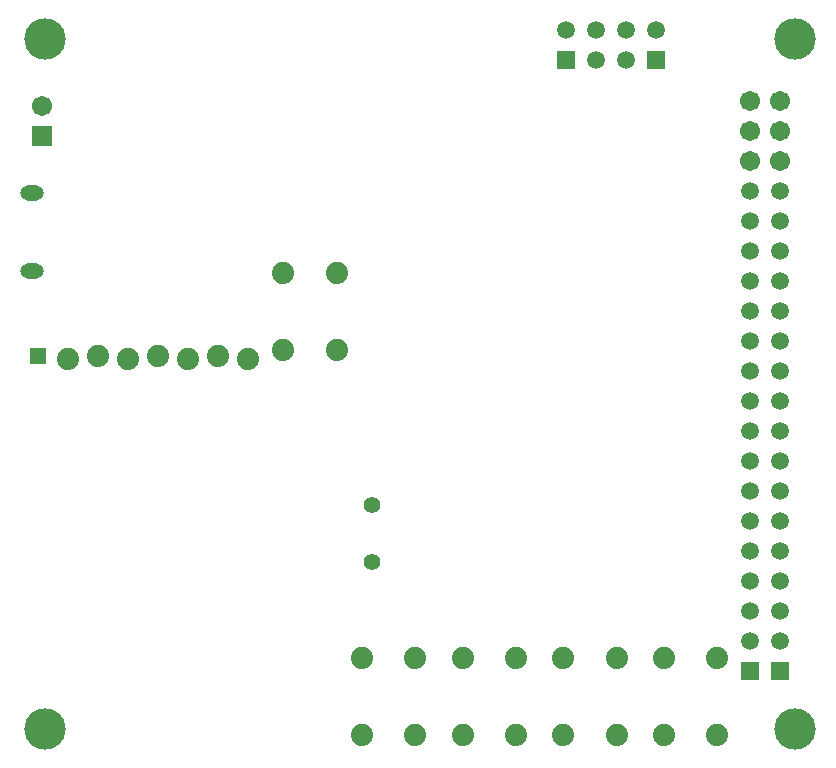
<source format=gbr>
%TF.GenerationSoftware,Novarm,DipTrace,3.2.0.1*%
%TF.CreationDate,2018-09-21T15:33:16-08:00*%
%FSLAX26Y26*%
%MOIN*%
%TF.FileFunction,Soldermask,Bot*%
%TF.Part,Single*%
%AMOUTLINE1*
4,1,4,
0.026163,0.026163,
0.026205,-0.026121,
-0.026121,-0.026205,
-0.026163,0.026163,
0.026163,0.026163,
0*%
%ADD33R,0.059055X0.059055*%
%ADD34C,0.059055*%
%ADD45C,0.074*%
%ADD62R,0.05937X0.05937*%
%ADD63C,0.05937*%
%ADD70C,0.137795*%
%ADD78C,0.056*%
%ADD122O,0.078866X0.051307*%
%ADD128C,0.067055*%
%ADD130R,0.067055X0.067055*%
%ADD147OUTLINE1*%
G75*
G01*
%LPD*%
D130*
X484316Y2471870D3*
D128*
Y2571870D3*
D122*
X448999Y2279873D3*
Y2020030D3*
D147*
X468701Y1737450D3*
D45*
X568701Y1727450D3*
X668701Y1737450D3*
X768701Y1727450D3*
X868701Y1737450D3*
X968701Y1727450D3*
X1068701Y1737450D3*
X1168701Y1727450D3*
D33*
X2843701Y687450D3*
D34*
Y787450D3*
Y887450D3*
Y987450D3*
Y1087450D3*
Y1187450D3*
Y1287450D3*
Y1387450D3*
Y1487450D3*
Y1587450D3*
Y1687450D3*
Y1787450D3*
Y1887450D3*
Y1987450D3*
Y2087450D3*
Y2187450D3*
Y2287450D3*
D128*
Y2387450D3*
Y2487450D3*
Y2587450D3*
D33*
X2943701Y687450D3*
D34*
Y787450D3*
Y887450D3*
Y987450D3*
Y1087450D3*
Y1187450D3*
Y1287450D3*
Y1387450D3*
Y1487450D3*
Y1587450D3*
Y1687450D3*
Y1787450D3*
Y1887450D3*
Y1987450D3*
Y2087450D3*
Y2187450D3*
Y2287450D3*
D128*
Y2387450D3*
Y2487450D3*
Y2587450D3*
D45*
X1287450Y1756201D3*
Y2012201D3*
X1465450Y1756201D3*
Y2012201D3*
X1549950Y474950D3*
Y730950D3*
X1727950Y474950D3*
Y730950D3*
X1885368Y474950D3*
Y730950D3*
X2063368Y474950D3*
Y730950D3*
X2220784Y474950D3*
Y730950D3*
X2398784Y474950D3*
Y730950D3*
X2556201Y474950D3*
Y730950D3*
X2734201Y474950D3*
Y730950D3*
D62*
X2530977Y2724969D3*
D63*
Y2824969D3*
X2430977Y2724969D3*
Y2824969D3*
X2330977Y2724969D3*
Y2824969D3*
D62*
X2230977Y2724969D3*
D63*
Y2824969D3*
D78*
X1584326Y1049954D3*
Y1239954D3*
D70*
X493701Y493701D3*
X2993701D3*
Y2793701D3*
X493701D3*
M02*

</source>
